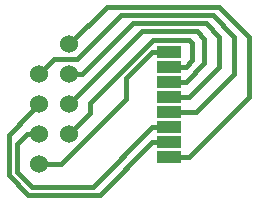
<source format=gbr>
G04 #@! TF.GenerationSoftware,KiCad,Pcbnew,(5.0.2)-1*
G04 #@! TF.CreationDate,2019-01-13T21:29:39+01:00*
G04 #@! TF.ProjectId,opi_nrf24,6f70695f-6e72-4663-9234-2e6b69636164,rev?*
G04 #@! TF.SameCoordinates,Original*
G04 #@! TF.FileFunction,Copper,L1,Top*
G04 #@! TF.FilePolarity,Positive*
%FSLAX46Y46*%
G04 Gerber Fmt 4.6, Leading zero omitted, Abs format (unit mm)*
G04 Created by KiCad (PCBNEW (5.0.2)-1) date 13/01/2019 21:29:39*
%MOMM*%
%LPD*%
G01*
G04 APERTURE LIST*
G04 #@! TA.AperFunction,ComponentPad*
%ADD10C,1.524000*%
G04 #@! TD*
G04 #@! TA.AperFunction,SMDPad,CuDef*
%ADD11R,2.000000X1.000000*%
G04 #@! TD*
G04 #@! TA.AperFunction,Conductor*
%ADD12C,0.400000*%
G04 #@! TD*
G04 APERTURE END LIST*
D10*
G04 #@! TO.P,U2,126*
G04 #@! TO.N,Net-(U1-Pad8)*
X181610000Y-76835000D03*
G04 #@! TO.P,U2,124*
G04 #@! TO.N,Net-(U1-Pad4)*
X181610000Y-79375000D03*
G04 #@! TO.P,U2,121*
G04 #@! TO.N,Net-(U1-Pad7)*
X179070000Y-81915000D03*
G04 #@! TO.P,U2,117*
G04 #@! TO.N,Net-(U1-Pad2)*
X179070000Y-86995000D03*
G04 #@! TO.P,U2,122*
G04 #@! TO.N,Net-(U1-Pad3)*
X181610000Y-81915000D03*
G04 #@! TO.P,U2,120*
G04 #@! TO.N,Net-(U1-Pad1)*
X181610000Y-84455000D03*
G04 #@! TO.P,U2,119*
G04 #@! TO.N,Net-(U1-Pad6)*
X179070000Y-84455000D03*
G04 #@! TO.P,U2,123*
G04 #@! TO.N,Net-(U1-Pad5)*
X179070000Y-79375000D03*
G04 #@! TD*
D11*
G04 #@! TO.P,U1,2*
G04 #@! TO.N,Net-(U1-Pad2)*
X190055000Y-77515000D03*
G04 #@! TO.P,U1,1*
G04 #@! TO.N,Net-(U1-Pad1)*
X190055000Y-78785000D03*
G04 #@! TO.P,U1,3*
G04 #@! TO.N,Net-(U1-Pad3)*
X190055000Y-80055000D03*
G04 #@! TO.P,U1,4*
G04 #@! TO.N,Net-(U1-Pad4)*
X190055000Y-81325000D03*
G04 #@! TO.P,U1,5*
G04 #@! TO.N,Net-(U1-Pad5)*
X190055000Y-82595000D03*
G04 #@! TO.P,U1,6*
G04 #@! TO.N,Net-(U1-Pad6)*
X190055000Y-83865000D03*
G04 #@! TO.P,U1,7*
G04 #@! TO.N,Net-(U1-Pad7)*
X190055000Y-85135000D03*
G04 #@! TO.P,U1,8*
G04 #@! TO.N,Net-(U1-Pad8)*
X190055000Y-86405000D03*
G04 #@! TD*
D12*
G04 #@! TO.N,Net-(U1-Pad2)*
X180937762Y-86995000D02*
X186436000Y-81496762D01*
X179070000Y-86995000D02*
X180937762Y-86995000D01*
X188655000Y-77515000D02*
X190055000Y-77515000D01*
X186436000Y-79734000D02*
X188655000Y-77515000D01*
X186436000Y-81496762D02*
X186436000Y-79734000D01*
G04 #@! TO.N,Net-(U1-Pad1)*
X181610000Y-84455000D02*
X183388000Y-82677000D01*
X183388000Y-81788000D02*
X188715959Y-76460041D01*
X183388000Y-82677000D02*
X183388000Y-81788000D01*
X188715959Y-76460041D02*
X191776041Y-76460041D01*
X191776041Y-76460041D02*
X192024000Y-76708000D01*
X191455000Y-78785000D02*
X190055000Y-78785000D01*
X192024000Y-78216000D02*
X191455000Y-78785000D01*
X192024000Y-76708000D02*
X192024000Y-78216000D01*
G04 #@! TO.N,Net-(U1-Pad3)*
X187764969Y-75760031D02*
X192405001Y-75760031D01*
X192405001Y-75760031D02*
X193040000Y-76395030D01*
X181610000Y-81915000D02*
X187764969Y-75760031D01*
X193040000Y-78470000D02*
X191455000Y-80055000D01*
X193040000Y-76395030D02*
X193040000Y-78470000D01*
X191455000Y-80055000D02*
X190055000Y-80055000D01*
G04 #@! TO.N,Net-(U1-Pad4)*
X191725000Y-81325000D02*
X190055000Y-81325000D01*
X194310000Y-78740000D02*
X191725000Y-81325000D01*
X194310000Y-76200000D02*
X194310000Y-78740000D01*
X182687630Y-79375000D02*
X187002610Y-75060020D01*
X181610000Y-79375000D02*
X182687630Y-79375000D01*
X193170020Y-75060020D02*
X194310000Y-76200000D01*
X187002610Y-75060020D02*
X193170020Y-75060020D01*
G04 #@! TO.N,Net-(U1-Pad5)*
X192360000Y-82595000D02*
X190055000Y-82595000D01*
X195580000Y-79375000D02*
X192360000Y-82595000D01*
X179070000Y-79375000D02*
X180340000Y-78105000D01*
X182245000Y-78105000D02*
X185989990Y-74360010D01*
X185989990Y-74360010D02*
X193740010Y-74360010D01*
X193740010Y-74360010D02*
X195580000Y-76200000D01*
X180340000Y-78105000D02*
X182245000Y-78105000D01*
X195580000Y-76200000D02*
X195580000Y-79375000D01*
G04 #@! TO.N,Net-(U1-Pad6)*
X179070000Y-84455000D02*
X179424962Y-84455000D01*
X188655000Y-83865000D02*
X190055000Y-83865000D01*
X179070000Y-84455000D02*
X177992370Y-84455000D01*
X177992370Y-84455000D02*
X177165000Y-85282370D01*
X177165000Y-85282370D02*
X177165000Y-87630000D01*
X177165000Y-87630000D02*
X178435000Y-88900000D01*
X178435000Y-88900000D02*
X183620000Y-88900000D01*
X183620000Y-88900000D02*
X188655000Y-83865000D01*
G04 #@! TO.N,Net-(U1-Pad7)*
X178308001Y-82676999D02*
X179070000Y-81915000D01*
X176464990Y-87919953D02*
X176464990Y-84520010D01*
X178145047Y-89600010D02*
X176464990Y-87919953D01*
X184189990Y-89600010D02*
X178145047Y-89600010D01*
X176464990Y-84520010D02*
X178308001Y-82676999D01*
X188655000Y-85135000D02*
X184189990Y-89600010D01*
X190055000Y-85135000D02*
X188655000Y-85135000D01*
G04 #@! TO.N,Net-(U1-Pad8)*
X191725000Y-86405000D02*
X190055000Y-86405000D01*
X196850000Y-81280000D02*
X191725000Y-86405000D01*
X196850000Y-76200000D02*
X196850000Y-81280000D01*
X194310000Y-73660000D02*
X196850000Y-76200000D01*
X181610000Y-76835000D02*
X184785000Y-73660000D01*
X184785000Y-73660000D02*
X194310000Y-73660000D01*
G04 #@! TD*
M02*

</source>
